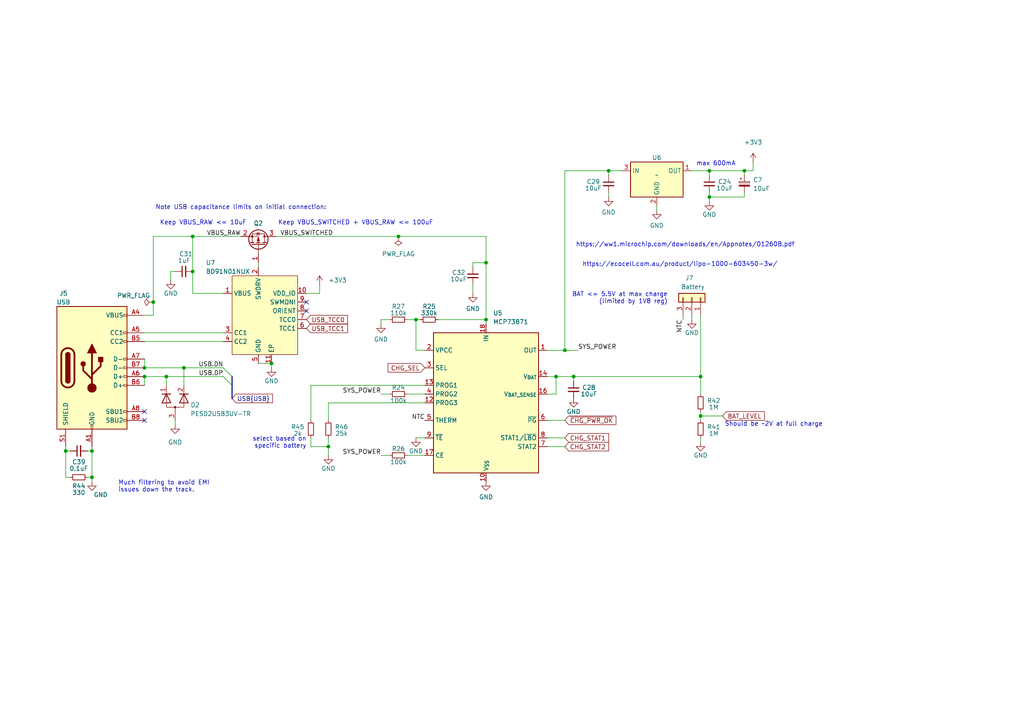
<source format=kicad_sch>
(kicad_sch (version 20230121) (generator eeschema)
  (paper "A4")
  (title_block (date "2022-09-04") (rev "1"))
  (lib_symbols
    (symbol "Battery_Management:MCP73871"
      (property "Reference" "U" (at -7.62 24.13 0))
      (property "Value" "MCP73871" (at -15.24 21.59 0))
      (symbol "MCP73871_0_1"
        (rectangle (start -15.24 20.32) (end 15.24 -20.32) (stroke (width 0.254)) (fill (type background)))
      )
      (symbol "MCP73871_1_1"
        (pin power_out line (at 17.78 15.24 180) (length 2.54) (name "OUT") (number "1"))
        (pin power_in line (at 0 -22.86 90) (length 2.54) (name "V_{SS}") (number "10"))
        (pin passive line (at 0 -22.86 90) (length 2.54) hide (name "V_{SS}") (number "11"))
        (pin bidirectional line (at -17.78 0 0) (length 2.54) (name "PROG3") (number "12"))
        (pin bidirectional line (at -17.78 5.08 0) (length 2.54) (name "PROG1") (number "13"))
        (pin power_out line (at 17.78 7.62 180) (length 2.54) (name "V_{BAT}") (number "14"))
        (pin passive line (at 17.78 7.62 180) (length 2.54) hide (name "V_{BAT}") (number "15"))
        (pin input line (at 17.78 2.54 180) (length 2.54) (name "V_{BAT_SENSE}") (number "16"))
        (pin input line (at -17.78 -15.24 0) (length 2.54) (name "CE") (number "17"))
        (pin power_in line (at 0 22.86 270) (length 2.54) (name "IN") (number "18"))
        (pin passive line (at 0 22.86 270) (length 2.54) hide (name "IN") (number "19"))
        (pin input line (at -17.78 15.24 0) (length 2.54) (name "VPCC") (number "2"))
        (pin passive line (at 17.78 15.24 180) (length 2.54) hide (name "OUT") (number "20"))
        (pin passive line (at 0 -22.86 90) (length 2.54) hide (name "V_{SS}") (number "21"))
        (pin input line (at -17.78 10.16 0) (length 2.54) (name "SEL") (number "3"))
        (pin input line (at -17.78 2.54 0) (length 2.54) (name "PROG2") (number "4"))
        (pin bidirectional line (at -17.78 -5.08 0) (length 2.54) (name "THERM") (number "5"))
        (pin open_collector line (at 17.78 -5.08 180) (length 2.54) (name "~{PG}") (number "6"))
        (pin open_collector line (at 17.78 -12.7 180) (length 2.54) (name "STAT2") (number "7"))
        (pin open_collector line (at 17.78 -10.16 180) (length 2.54) (name "STAT1/~{LBO}") (number "8"))
        (pin input line (at -17.78 -10.16 0) (length 2.54) (name "~{TE}") (number "9"))
      )
    )
    (symbol "Connector:USB_C_Receptacle_USB2.0" (pin_names (offset 1.016))
      (property "Reference" "J" (at -10.16 19.05 0))
      (property "Value" "USB_C_Receptacle_USB2.0" (at 19.05 19.05 0))
      (symbol "USB_C_Receptacle_USB2.0_0_0"
        (rectangle (start -0.254 -17.78) (end 0.254 -16.764))
        (rectangle (start 10.16 -14.986) (end 9.144 -15.494))
        (rectangle (start 10.16 -12.446) (end 9.144 -12.954))
        (rectangle (start 10.16 -4.826) (end 9.144 -5.334))
        (rectangle (start 10.16 -2.286) (end 9.144 -2.794))
        (rectangle (start 10.16 0.254) (end 9.144 -0.254))
        (rectangle (start 10.16 2.794) (end 9.144 2.286))
        (rectangle (start 10.16 7.874) (end 9.144 7.366))
        (rectangle (start 10.16 10.414) (end 9.144 9.906))
        (rectangle (start 10.16 15.494) (end 9.144 14.986))
      )
      (symbol "USB_C_Receptacle_USB2.0_0_1"
        (rectangle (start -10.16 17.78) (end 10.16 -17.78) (stroke (width 0.254)) (fill (type background)))
        (arc (start -8.89 -3.81) (mid -6.985 -5.7067) (end -5.08 -3.81) (stroke (width 0.508)))
        (arc (start -7.62 -3.81) (mid -6.985 -4.4423) (end -6.35 -3.81) (stroke (width 0.254)))
        (arc (start -7.62 -3.81) (mid -6.985 -4.4423) (end -6.35 -3.81) (stroke (width 0.254)) (fill (type outline)))
        (rectangle (start -7.62 -3.81) (end -6.35 3.81) (stroke (width 0.254)) (fill (type outline)))
        (arc (start -6.35 3.81) (mid -6.985 4.4423) (end -7.62 3.81) (stroke (width 0.254)))
        (arc (start -6.35 3.81) (mid -6.985 4.4423) (end -7.62 3.81) (stroke (width 0.254)) (fill (type outline)))
        (arc (start -5.08 3.81) (mid -6.985 5.7067) (end -8.89 3.81) (stroke (width 0.508)))
        (circle (center -2.54 1.143) (radius 0.635) (stroke (width 0.254)) (fill (type outline)))
        (circle (center 0 -5.842) (radius 1.27) (fill (type outline)))
        (polyline (pts (xy -8.89 -3.81) (xy -8.89 3.81)) (stroke (width 0.508)))
        (polyline (pts (xy -5.08 3.81) (xy -5.08 -3.81)) (stroke (width 0.508)))
        (polyline (pts (xy 0 -5.842) (xy 0 4.318)) (stroke (width 0.508)))
        (polyline (pts (xy 0 -3.302) (xy -2.54 -0.762) (xy -2.54 0.508)) (stroke (width 0.508)))
        (polyline (pts (xy 0 -2.032) (xy 2.54 0.508) (xy 2.54 1.778)) (stroke (width 0.508)))
        (polyline (pts (xy -1.27 4.318) (xy 0 6.858) (xy 1.27 4.318) (xy -1.27 4.318)) (stroke (width 0.254)) (fill (type outline)))
        (rectangle (start 1.905 1.778) (end 3.175 3.048) (stroke (width 0.254)) (fill (type outline)))
      )
      (symbol "USB_C_Receptacle_USB2.0_1_1"
        (pin passive line (at 0 -22.86 90) (length 5.08) (name "GND") (number "A1"))
        (pin passive line (at 0 -22.86 90) (length 5.08) hide (name "GND") (number "A12"))
        (pin passive line (at 15.24 15.24 180) (length 5.08) (name "VBUS") (number "A4"))
        (pin bidirectional line (at 15.24 10.16 180) (length 5.08) (name "CC1") (number "A5"))
        (pin bidirectional line (at 15.24 -2.54 180) (length 5.08) (name "D+") (number "A6"))
        (pin bidirectional line (at 15.24 2.54 180) (length 5.08) (name "D-") (number "A7"))
        (pin bidirectional line (at 15.24 -12.7 180) (length 5.08) (name "SBU1") (number "A8"))
        (pin passive line (at 15.24 15.24 180) (length 5.08) hide (name "VBUS") (number "A9"))
        (pin passive line (at 0 -22.86 90) (length 5.08) hide (name "GND") (number "B1"))
        (pin passive line (at 0 -22.86 90) (length 5.08) hide (name "GND") (number "B12"))
        (pin passive line (at 15.24 15.24 180) (length 5.08) hide (name "VBUS") (number "B4"))
        (pin bidirectional line (at 15.24 7.62 180) (length 5.08) (name "CC2") (number "B5"))
        (pin bidirectional line (at 15.24 -5.08 180) (length 5.08) (name "D+") (number "B6"))
        (pin bidirectional line (at 15.24 0 180) (length 5.08) (name "D-") (number "B7"))
        (pin bidirectional line (at 15.24 -15.24 180) (length 5.08) (name "SBU2") (number "B8"))
        (pin passive line (at 15.24 15.24 180) (length 5.08) hide (name "VBUS") (number "B9"))
        (pin passive line (at -7.62 -22.86 90) (length 5.08) (name "SHIELD") (number "S1"))
      )
    )
    (symbol "Connector_Generic:Conn_01x03" (pin_names (offset 1.016) hide)
      (property "Reference" "J" (at 0 5.08 0))
      (property "Value" "Conn_01x03" (at 0 -5.08 0))
      (symbol "Conn_01x03_1_1"
        (rectangle (start -1.27 -2.413) (end 0 -2.667) (stroke (width 0.1524)))
        (rectangle (start -1.27 0.127) (end 0 -0.127) (stroke (width 0.1524)))
        (rectangle (start -1.27 2.667) (end 0 2.413) (stroke (width 0.1524)))
        (rectangle (start -1.27 3.81) (end 1.27 -3.81) (stroke (width 0.254)) (fill (type background)))
        (pin passive line (at -5.08 2.54 0) (length 3.81) (name "Pin_1") (number "1"))
        (pin passive line (at -5.08 0 0) (length 3.81) (name "Pin_2") (number "2"))
        (pin passive line (at -5.08 -2.54 0) (length 3.81) (name "Pin_3") (number "3"))
      )
    )
    (symbol "Device:C_Polarized_Small" (pin_numbers hide) (pin_names (offset 0.254) hide)
      (property "Reference" "C" (at 0.254 1.778 0))
      (property "Value" "C_Polarized_Small" (at 0.254 -2.032 0))
      (symbol "C_Polarized_Small_0_1"
        (rectangle (start -1.524 -0.3048) (end 1.524 -0.6858) (fill (type outline)))
        (rectangle (start -1.524 0.6858) (end 1.524 0.3048))
        (polyline (pts (xy -1.27 1.524) (xy -0.762 1.524)))
        (polyline (pts (xy -1.016 1.27) (xy -1.016 1.778)))
      )
      (symbol "C_Polarized_Small_1_1"
        (pin passive line (at 0 2.54 270) (length 1.8542) (name "~") (number "1"))
        (pin passive line (at 0 -2.54 90) (length 1.8542) (name "~") (number "2"))
      )
    )
    (symbol "Device:C_Small" (pin_numbers hide) (pin_names (offset 0.254) hide)
      (property "Reference" "C" (at 0.254 1.778 0))
      (property "Value" "C_Small" (at 0.254 -2.032 0))
      (symbol "C_Small_0_1"
        (polyline (pts (xy -1.524 -0.508) (xy 1.524 -0.508)) (stroke (width 0.3302)))
        (polyline (pts (xy -1.524 0.508) (xy 1.524 0.508)) (stroke (width 0.3048)))
      )
      (symbol "C_Small_1_1"
        (pin passive line (at 0 2.54 270) (length 2.032) (name "~") (number "1"))
        (pin passive line (at 0 -2.54 90) (length 2.032) (name "~") (number "2"))
      )
    )
    (symbol "Device:D_Dual_CommonAnode_KKA_Parallel" (pin_names (offset 0.762) hide)
      (property "Reference" "D" (at 0 5.08 0))
      (property "Value" "D_Dual_CommonAnode_KKA_Parallel" (at 0 -5.08 0))
      (symbol "D_Dual_CommonAnode_KKA_Parallel_0_0"
        (polyline (pts (xy 2.54 -3.81) (xy 2.54 -1.27)) (stroke (width 0.254)))
        (polyline (pts (xy 2.54 1.27) (xy 2.54 3.81)) (stroke (width 0.254)))
      )
      (symbol "D_Dual_CommonAnode_KKA_Parallel_0_1"
        (circle (center -1.27 0) (radius 0.254) (fill (type outline)))
        (polyline (pts (xy -1.27 0) (xy -2.54 0)))
        (polyline (pts (xy 2.54 2.54) (xy -1.27 2.54) (xy -1.27 -2.54) (xy 2.54 -2.54)))
        (polyline (pts (xy 0 -1.27) (xy 2.54 -2.54) (xy 0 -3.81) (xy 0 -1.27) (xy 0 -1.27) (xy 0 -1.27)) (stroke (width 0.254)))
        (polyline (pts (xy 0 3.81) (xy 2.54 2.54) (xy 0 1.27) (xy 0 3.81) (xy 0 3.81) (xy 0 3.81)) (stroke (width 0.254)))
        (pin passive line (at 5.08 2.54 180) (length 2.54) (name "K") (number "1"))
        (pin passive line (at 5.08 -2.54 180) (length 2.54) (name "K") (number "2"))
        (pin passive line (at -5.08 0 0) (length 2.54) (name "A") (number "3"))
      )
    )
    (symbol "Device:Q_PMOS_GSD" (pin_names (offset 0) hide)
      (property "Reference" "Q" (at 5.08 1.27 0))
      (property "Value" "Q_PMOS_GSD" (at 5.08 -1.27 0))
      (symbol "Q_PMOS_GSD_0_1"
        (polyline (pts (xy 0.254 0) (xy -2.54 0)))
        (polyline (pts (xy 0.254 1.905) (xy 0.254 -1.905)) (stroke (width 0.254)))
        (polyline (pts (xy 0.762 -1.27) (xy 0.762 -2.286)) (stroke (width 0.254)))
        (polyline (pts (xy 0.762 0.508) (xy 0.762 -0.508)) (stroke (width 0.254)))
        (polyline (pts (xy 0.762 2.286) (xy 0.762 1.27)) (stroke (width 0.254)))
        (polyline (pts (xy 2.54 2.54) (xy 2.54 1.778)))
        (polyline (pts (xy 2.54 -2.54) (xy 2.54 0) (xy 0.762 0)))
        (polyline (pts (xy 0.762 1.778) (xy 3.302 1.778) (xy 3.302 -1.778) (xy 0.762 -1.778)))
        (polyline (pts (xy 2.286 0) (xy 1.27 0.381) (xy 1.27 -0.381) (xy 2.286 0)) (fill (type outline)))
        (polyline (pts (xy 2.794 -0.508) (xy 2.921 -0.381) (xy 3.683 -0.381) (xy 3.81 -0.254)))
        (polyline (pts (xy 3.302 -0.381) (xy 2.921 0.254) (xy 3.683 0.254) (xy 3.302 -0.381)))
        (circle (center 1.651 0) (radius 2.794) (stroke (width 0.254)))
        (circle (center 2.54 -1.778) (radius 0.254) (fill (type outline)))
        (circle (center 2.54 1.778) (radius 0.254) (fill (type outline)))
      )
      (symbol "Q_PMOS_GSD_1_1"
        (pin input line (at -5.08 0 0) (length 2.54) (name "G") (number "1"))
        (pin passive line (at 2.54 -5.08 90) (length 2.54) (name "S") (number "2"))
        (pin passive line (at 2.54 5.08 270) (length 2.54) (name "D") (number "3"))
      )
    )
    (symbol "Device:R_Small" (pin_numbers hide) (pin_names (offset 0.254) hide)
      (property "Reference" "R" (at 0.762 0.508 0))
      (property "Value" "R_Small" (at 0.762 -1.016 0))
      (symbol "R_Small_0_1"
        (rectangle (start -0.762 1.778) (end 0.762 -1.778) (stroke (width 0.2032)))
      )
      (symbol "R_Small_1_1"
        (pin passive line (at 0 2.54 270) (length 0.762) (name "~") (number "1"))
        (pin passive line (at 0 -2.54 90) (length 0.762) (name "~") (number "2"))
      )
    )
    (symbol "power:+3V3" (power) (pin_names (offset 0))
      (property "Value" "+3V3" (at 0 3.556 0))
      (symbol "+3V3_0_1"
        (polyline (pts (xy -0.762 1.27) (xy 0 2.54)))
        (polyline (pts (xy 0 0) (xy 0 2.54)))
        (polyline (pts (xy 0 2.54) (xy 0.762 1.27)))
      )
      (symbol "+3V3_1_1"
        (pin power_in line (at 0 0 90) (length 0) hide (name "+3V3") (number "1"))
      )
    )
    (symbol "power:GND" (power) (pin_names (offset 0))
      (property "Value" "GND" (at 0 -3.81 0))
      (symbol "GND_0_1"
        (polyline (pts (xy 0 0) (xy 0 -1.27) (xy 1.27 -1.27) (xy 0 -2.54) (xy -1.27 -1.27) (xy 0 -1.27)))
      )
      (symbol "GND_1_1"
        (pin power_in line (at 0 0 270) (length 0) hide (name "GND") (number "1"))
      )
    )
    (symbol "power:PWR_FLAG" (power) (pin_numbers hide) (pin_names (offset 0) hide)
      (property "Value" "PWR_FLAG" (at 0 3.81 0))
      (symbol "PWR_FLAG_0_0"
        (pin power_out line (at 0 0 90) (length 0) (name "pwr") (number "1"))
      )
      (symbol "PWR_FLAG_0_1"
        (polyline (pts (xy 0 0) (xy 0 1.27) (xy -1.016 1.905) (xy 0 2.54) (xy 1.016 1.905) (xy 0 1.27)))
      )
    )
    (symbol "symbols:AP7365"
      (property "Reference" "U" (at 0 0 0))
      (symbol "AP7365_1_1"
        (rectangle (start -7.62 3.81) (end 7.62 -6.35) (stroke (width 0.254)) (fill (type background)))
        (pin power_out line (at 10.16 1.27 180) (length 2.54) (name "OUT") (number "1"))
        (pin power_in line (at 0 -8.89 90) (length 2.54) (name "GND") (number "2"))
        (pin power_in line (at -10.16 1.27 0) (length 2.54) (name "IN") (number "3"))
      )
    )
    (symbol "symbols:BD91N01NUX"
      (property "Reference" "U" (at 0 13.97 0))
      (property "Value" "BD91N01NUX" (at 5.08 16.51 0))
      (symbol "BD91N01NUX_0_1"
        (rectangle (start -12.7 12.7) (end 6.35 -10.16) (fill (type background)))
      )
      (symbol "BD91N01NUX_1_1"
        (pin power_in line (at -15.24 7.62 0) (length 2.54) (name "VBUS") (number "1"))
        (pin power_in line (at 8.89 7.62 180) (length 2.54) (name "VDD_IO") (number "10"))
        (pin power_in line (at -1.27 -12.7 90) (length 2.54) (name "EP") (number "11"))
        (pin output line (at -5.08 15.24 270) (length 2.54) (name "SWDRV") (number "2"))
        (pin input line (at -15.24 -3.81 0) (length 2.54) (name "CC1") (number "3"))
        (pin input line (at -15.24 -6.35 0) (length 2.54) (name "CC2") (number "4"))
        (pin power_in line (at -5.08 -12.7 90) (length 2.54) (name "GND") (number "5"))
        (pin output line (at 8.89 -2.54 180) (length 2.54) (name "TCC1") (number "6"))
        (pin output line (at 8.89 0 180) (length 2.54) (name "TCC0") (number "7"))
        (pin output line (at 8.89 2.54 180) (length 2.54) (name "ORIENT") (number "8"))
        (pin output line (at 8.89 5.08 180) (length 2.54) (name "SWMONI") (number "9"))
      )
    )
  )
  (junction (at 203.2 120.65))
  (junction (at 115.57 68.58))
  (junction (at 163.83 101.6))
  (junction (at 55.88 78.74))
  (junction (at 19.05 130.81))
  (junction (at 205.74 57.15))
  (junction (at 161.29 109.22))
  (junction (at 215.9 49.53))
  (junction (at 205.74 49.53))
  (junction (at 41.91 106.68))
  (junction (at 26.67 130.81))
  (junction (at 26.67 138.43))
  (junction (at 140.97 76.2))
  (junction (at 44.45 87.63))
  (junction (at 166.37 109.22))
  (junction (at 176.53 49.53))
  (junction (at 140.97 92.71))
  (junction (at 203.2 109.22))
  (junction (at 41.91 109.22))
  (junction (at 120.65 92.71))
  (junction (at 78.74 105.41))
  (junction (at 53.34 106.68))
  (junction (at 55.88 68.58))
  (junction (at 48.26 109.22))
  (junction (at 95.25 129.54))
  (no_connect (at 88.9 87.63))
  (no_connect (at 88.9 90.17))
  (no_connect (at 41.91 119.38))
  (no_connect (at 41.91 121.92))
  (bus_entry (at 64.77 106.68) (size 2.54 2.54))
  (bus_entry (at 64.77 109.22) (size 2.54 2.54))
  (wire (pts (xy 19.05 130.81) (xy 19.05 138.43)))
  (wire (pts (xy 55.88 85.09) (xy 55.88 78.74)))
  (wire (pts (xy 205.74 50.8) (xy 205.74 49.53)))
  (wire (pts (xy 110.49 132.08) (xy 113.03 132.08)))
  (wire (pts (xy 115.57 68.58) (xy 140.97 68.58)))
  (wire (pts (xy 44.45 68.58) (xy 44.45 87.63)))
  (wire (pts (xy 163.83 49.53) (xy 176.53 49.53)))
  (wire (pts (xy 113.03 92.71) (xy 110.49 92.71)))
  (wire (pts (xy 140.97 76.2) (xy 140.97 92.71)))
  (wire (pts (xy 50.8 123.19) (xy 50.8 121.92)))
  (wire (pts (xy 158.75 127) (xy 163.83 127)))
  (wire (pts (xy 127 92.71) (xy 140.97 92.71)))
  (wire (pts (xy 203.2 109.22) (xy 203.2 114.3)))
  (wire (pts (xy 120.65 101.6) (xy 120.65 92.71)))
  (wire (pts (xy 163.83 101.6) (xy 167.64 101.6)))
  (wire (pts (xy 26.67 129.54) (xy 26.67 130.81)))
  (wire (pts (xy 95.25 129.54) (xy 95.25 132.08)))
  (wire (pts (xy 123.19 101.6) (xy 120.65 101.6)))
  (wire (pts (xy 41.91 99.06) (xy 64.77 99.06)))
  (bus (pts (xy 67.31 111.76) (xy 67.31 115.57)))
  (wire (pts (xy 95.25 127) (xy 95.25 129.54)))
  (wire (pts (xy 198.12 92.71) (xy 198.12 91.44)))
  (wire (pts (xy 158.75 129.54) (xy 163.83 129.54)))
  (wire (pts (xy 200.66 91.44) (xy 200.66 92.71)))
  (wire (pts (xy 74.93 76.2) (xy 74.93 77.47)))
  (wire (pts (xy 176.53 50.8) (xy 176.53 49.53)))
  (wire (pts (xy 26.67 130.81) (xy 26.67 138.43)))
  (wire (pts (xy 88.9 85.09) (xy 92.71 85.09)))
  (wire (pts (xy 123.19 132.08) (xy 118.11 132.08)))
  (wire (pts (xy 53.34 106.68) (xy 64.77 106.68)))
  (wire (pts (xy 120.65 127) (xy 123.19 127)))
  (wire (pts (xy 48.26 109.22) (xy 48.26 111.76)))
  (wire (pts (xy 215.9 49.53) (xy 215.9 50.8)))
  (wire (pts (xy 49.53 78.74) (xy 49.53 81.28)))
  (wire (pts (xy 203.2 127) (xy 203.2 128.27)))
  (wire (pts (xy 190.5 60.96) (xy 190.5 59.69)))
  (wire (pts (xy 166.37 109.22) (xy 166.37 110.49)))
  (wire (pts (xy 74.93 105.41) (xy 78.74 105.41)))
  (wire (pts (xy 41.91 106.68) (xy 53.34 106.68)))
  (wire (pts (xy 215.9 49.53) (xy 218.44 49.53)))
  (wire (pts (xy 41.91 109.22) (xy 48.26 109.22)))
  (wire (pts (xy 123.19 116.84) (xy 95.25 116.84)))
  (wire (pts (xy 55.88 68.58) (xy 69.85 68.58)))
  (wire (pts (xy 44.45 68.58) (xy 55.88 68.58)))
  (wire (pts (xy 176.53 49.53) (xy 180.34 49.53)))
  (wire (pts (xy 110.49 92.71) (xy 110.49 93.98)))
  (wire (pts (xy 137.16 77.47) (xy 137.16 76.2)))
  (wire (pts (xy 19.05 138.43) (xy 20.32 138.43)))
  (wire (pts (xy 41.91 96.52) (xy 64.77 96.52)))
  (wire (pts (xy 161.29 114.3) (xy 161.29 109.22)))
  (wire (pts (xy 41.91 91.44) (xy 44.45 91.44)))
  (wire (pts (xy 200.66 49.53) (xy 205.74 49.53)))
  (wire (pts (xy 48.26 109.22) (xy 64.77 109.22)))
  (wire (pts (xy 95.25 116.84) (xy 95.25 121.92)))
  (wire (pts (xy 205.74 57.15) (xy 205.74 55.88)))
  (wire (pts (xy 118.11 114.3) (xy 123.19 114.3)))
  (wire (pts (xy 44.45 87.63) (xy 44.45 91.44)))
  (wire (pts (xy 41.91 106.68) (xy 41.91 104.14)))
  (wire (pts (xy 80.01 68.58) (xy 115.57 68.58)))
  (wire (pts (xy 92.71 85.09) (xy 92.71 82.55)))
  (wire (pts (xy 176.53 57.15) (xy 176.53 55.88)))
  (wire (pts (xy 140.97 92.71) (xy 140.97 93.98)))
  (wire (pts (xy 55.88 68.58) (xy 55.88 78.74)))
  (wire (pts (xy 203.2 120.65) (xy 203.2 119.38)))
  (wire (pts (xy 218.44 46.99) (xy 218.44 49.53)))
  (wire (pts (xy 158.75 114.3) (xy 161.29 114.3)))
  (wire (pts (xy 90.17 127) (xy 90.17 129.54)))
  (wire (pts (xy 163.83 49.53) (xy 163.83 101.6)))
  (wire (pts (xy 166.37 109.22) (xy 203.2 109.22)))
  (wire (pts (xy 19.05 129.54) (xy 19.05 130.81)))
  (wire (pts (xy 203.2 120.65) (xy 209.55 120.65)))
  (wire (pts (xy 123.19 111.76) (xy 90.17 111.76)))
  (wire (pts (xy 137.16 76.2) (xy 140.97 76.2)))
  (wire (pts (xy 120.65 92.71) (xy 121.92 92.71)))
  (wire (pts (xy 205.74 49.53) (xy 215.9 49.53)))
  (wire (pts (xy 203.2 121.92) (xy 203.2 120.65)))
  (wire (pts (xy 137.16 82.55) (xy 137.16 85.09)))
  (wire (pts (xy 205.74 57.15) (xy 215.9 57.15)))
  (wire (pts (xy 78.74 105.41) (xy 78.74 106.68)))
  (wire (pts (xy 158.75 121.92) (xy 163.83 121.92)))
  (wire (pts (xy 53.34 106.68) (xy 53.34 111.76)))
  (bus (pts (xy 67.31 109.22) (xy 67.31 111.76)))
  (wire (pts (xy 140.97 68.58) (xy 140.97 76.2)))
  (wire (pts (xy 26.67 138.43) (xy 26.67 139.7)))
  (wire (pts (xy 203.2 91.44) (xy 203.2 109.22)))
  (wire (pts (xy 110.49 114.3) (xy 113.03 114.3)))
  (wire (pts (xy 158.75 101.6) (xy 163.83 101.6)))
  (wire (pts (xy 161.29 109.22) (xy 166.37 109.22)))
  (wire (pts (xy 90.17 129.54) (xy 95.25 129.54)))
  (wire (pts (xy 205.74 58.42) (xy 205.74 57.15)))
  (wire (pts (xy 50.8 78.74) (xy 49.53 78.74)))
  (wire (pts (xy 19.05 130.81) (xy 20.32 130.81)))
  (wire (pts (xy 25.4 130.81) (xy 26.67 130.81)))
  (wire (pts (xy 90.17 111.76) (xy 90.17 121.92)))
  (wire (pts (xy 118.11 92.71) (xy 120.65 92.71)))
  (wire (pts (xy 25.4 138.43) (xy 26.67 138.43)))
  (wire (pts (xy 64.77 85.09) (xy 55.88 85.09)))
  (wire (pts (xy 215.9 55.88) (xy 215.9 57.15)))
  (wire (pts (xy 158.75 109.22) (xy 161.29 109.22)))
  (wire (pts (xy 41.91 109.22) (xy 41.91 111.76)))
  (text "https://ecocell.com.au/product/lipo-1000-603450-3w/" (at 168.91 77.47 0) (effects (font (size 1.27 1.27)) (justify left bottom)))
  (text "max 600mA" (at 201.93 48.26 0) (effects (font (size 1.27 1.27)) (justify left bottom)))
  (text "https://ww1.microchip.com/downloads/en/Appnotes/01260B.pdf" (at 167.005 71.755 0) (effects (font (size 1.27 1.27)) (justify left bottom)))
  (text "Should be ~2V at full charge" (at 210.185 123.825 0) (effects (font (size 1.27 1.27)) (justify left bottom)))
  (text "Much filtering to avoid EMI\nissues down the track." (at 34.29 142.875 0) (effects (font (size 1.27 1.27)) (justify left bottom)))
  (text "Keep VBUS_RAW <= 10uF" (at 46.355 65.405 0) (effects (font (size 1.27 1.27)) (justify left bottom)))
  (text "Keep VBUS_SWITCHED + VBUS_RAW <= 100uF" (at 80.645 65.405 0) (effects (font (size 1.27 1.27)) (justify left bottom)))
  (text "select based on\nspecific battery" (at 88.9 130.175 0) (effects (font (size 1.27 1.27)) (justify right bottom)))
  (text "Note USB capacitance limits on initial connection:" (at 45.085 60.96 0) (effects (font (size 1.27 1.27)) (justify left bottom)))
  (text "BAT <= 5.5V at max charge\n(limited by 1V8 reg)" (at 193.675 88.265 0) (effects (font (size 1.27 1.27)) (justify right bottom)))
  (label "SYS_POWER" (at 110.49 132.08 180))
  (label "VBUS_RAW" (at 69.85 68.58 180))
  (label "NTC" (at 123.19 121.92 180))
  (label "USB.DP" (at 64.77 109.22 180))
  (label "VBUS_SWITCHED" (at 81.28 68.58 0))
  (label "SYS_POWER" (at 110.49 114.3 180))
  (label "SYS_POWER" (at 167.64 101.6 0))
  (label "NTC" (at 198.12 92.71 270))
  (label "USB.DN" (at 64.77 106.68 180))
  (global_label "~{CHG_PWR_OK}" (shape input) (at 163.83 121.92 0) (property "Intersheetrefs" "${INTERSHEET_REFS}" (effects hide)))
  (global_label "CHG_STAT2" (shape input) (at 163.83 129.54 0) (property "Intersheetrefs" "${INTERSHEET_REFS}" (effects hide)))
  (global_label "USB_TCC0" (shape input) (at 88.9 92.71 0) (property "Intersheetrefs" "${INTERSHEET_REFS}" (effects hide)))
  (global_label "USB_TCC1" (shape input) (at 88.9 95.25 0) (property "Intersheetrefs" "${INTERSHEET_REFS}" (effects hide)))
  (global_label "CHG_SEL" (shape input) (at 123.19 106.68 180) (property "Intersheetrefs" "${INTERSHEET_REFS}" (effects hide)))
  (global_label "CHG_STAT1" (shape input) (at 163.83 127 0) (property "Intersheetrefs" "${INTERSHEET_REFS}" (effects hide)))
  (global_label "BAT_LEVEL" (shape input) (at 209.55 120.65 0) (property "Intersheetrefs" "${INTERSHEET_REFS}" (effects hide)))
  (global_label "USB{USB}" (shape input) (at 67.31 115.57 0) (property "Intersheetrefs" "${INTERSHEET_REFS}" (effects hide)))
  (symbol (lib_id "Device:R_Small") (at 203.2 124.46 0) (unit 1)
    (property "Reference" "R41" (at 207.01 123.825 0))
    (property "Value" "1M" (at 207.01 125.73 0))
    (property "Footprint" "Resistor_SMD:R_0603_1608Metric" (effects hide))
    (property "MPN" "AC0603FR-131ML" (effects hide))
  )
  (symbol (lib_id "symbols:BD91N01NUX") (at 80.01 92.71 0) (unit 1)
    (property "Reference" "U7" (at 59.69 76.2 0) (effects (justify left)))
    (property "Value" "BD91N01NUX" (at 59.69 78.74 0) (effects (justify left)))
    (property "Footprint" "footprints:BD91N01NUX-E2" (effects hide))
    (property "MPN" "BD91N01NUX" (effects hide))
  )
  (symbol (lib_id "power:GND") (at 49.53 81.28 0) (unit 1)
    (property "Reference" "#PWR0202" (effects hide))
    (property "Value" "GND" (at 49.53 85.09 0))
  )
  (symbol (lib_id "power:+3V3") (at 218.44 46.99 0) (unit 1)
    (property "Reference" "#PWR0217" (effects hide))
    (property "Value" "+3V3" (at 218.44 41.275 0))
  )
  (symbol (lib_id "Device:C_Small") (at 176.53 53.34 0) (unit 1)
    (property "Reference" "C29" (at 172.085 52.705 0))
    (property "Value" "10uF" (at 172.085 54.61 0))
    (property "Footprint" "Capacitor_SMD:C_0805_2012Metric" (effects hide))
    (property "MPN" "EMK212ABJ106KG-T" (effects hide))
  )
  (symbol (lib_id "Device:R_Small") (at 115.57 132.08 90) (unit 1)
    (property "Reference" "R26" (at 115.57 130.175 90))
    (property "Value" "100k" (at 115.57 133.985 90))
    (property "Footprint" "Resistor_SMD:R_0603_1608Metric" (effects hide))
    (property "MPN" "RC0603JR-10100KL" (effects hide))
  )
  (symbol (lib_id "power:GND") (at 200.66 92.71 0) (unit 1)
    (property "Reference" "#PWR0213" (effects hide))
    (property "Value" "GND" (at 200.66 96.52 0))
  )
  (symbol (lib_id "Device:C_Small") (at 166.37 113.03 0) (mirror y) (unit 1)
    (property "Reference" "C28" (at 170.815 112.395 0))
    (property "Value" "10uF" (at 170.815 114.3 0))
    (property "Footprint" "Capacitor_SMD:C_0805_2012Metric" (effects hide))
    (property "MPN" "EMK212ABJ106KG-T" (effects hide))
  )
  (symbol (lib_id "Device:D_Dual_CommonAnode_KKA_Parallel") (at 50.8 116.84 90) (unit 1)
    (property "Reference" "D2" (at 55.245 117.475 90) (effects (justify right)))
    (property "Value" "PESD2USB3UV-TR" (at 55.245 120.015 90) (effects (justify right)))
    (property "Footprint" "Package_TO_SOT_SMD:SOT-23" (effects hide))
    (property "MPN" "PESD2USB3UV-TR" (effects hide))
  )
  (symbol (lib_id "Battery_Management:MCP73871") (at 140.97 116.84 0) (unit 1)
    (property "Reference" "U5" (at 142.9894 90.805 0) (effects (justify left)))
    (property "Value" "MCP73871" (at 142.9894 93.345 0) (effects (justify left)))
    (property "Footprint" "Package_DFN_QFN:QFN-20-1EP_4x4mm_P0.5mm_EP2.5x2.5mm" (effects hide))
    (property "Datasheet" "http://www.mouser.com/ds/2/268/22090a-52174.pdf" (effects hide))
    (property "MPN" "MCP73871" (effects hide))
  )
  (symbol (lib_id "power:PWR_FLAG") (at 115.57 68.58 180) (unit 1)
    (property "Reference" "#FLG0202" (effects hide))
    (property "Value" "PWR_FLAG" (at 115.57 73.66 0))
  )
  (symbol (lib_id "power:GND") (at 50.8 123.19 0) (unit 1)
    (property "Reference" "#PWR0203" (effects hide))
    (property "Value" "GND" (at 50.8 128.27 0))
  )
  (symbol (lib_id "power:GND") (at 26.67 139.7 0) (unit 1)
    (property "Reference" "#PWR0201" (effects hide))
    (property "Value" "GND" (at 29.21 143.51 0))
  )
  (symbol (lib_id "power:GND") (at 120.65 127 0) (unit 1)
    (property "Reference" "#PWR0208" (effects hide))
    (property "Value" "GND" (at 120.65 130.81 0))
  )
  (symbol (lib_id "Device:R_Small") (at 203.2 116.84 0) (unit 1)
    (property "Reference" "R42" (at 207.01 116.205 0))
    (property "Value" "1M" (at 207.01 118.11 0))
    (property "Footprint" "Resistor_SMD:R_0603_1608Metric" (effects hide))
    (property "MPN" "AC0603FR-131ML" (effects hide))
  )
  (symbol (lib_id "Device:R_Small") (at 90.17 124.46 0) (mirror y) (unit 1)
    (property "Reference" "R45" (at 86.36 123.825 0))
    (property "Value" "2k" (at 86.36 125.73 0))
    (property "Footprint" "Resistor_THT:R_Axial_DIN0204_L3.6mm_D1.6mm_P2.54mm_Vertical" (effects hide))
  )
  (symbol (lib_id "Device:C_Polarized_Small") (at 215.9 53.34 0) (unit 1)
    (property "Reference" "C7" (at 218.44 52.1589 0) (effects (justify left)))
    (property "Value" "10uF" (at 218.44 54.6989 0) (effects (justify left)))
    (property "Footprint" "Capacitor_Tantalum_SMD:CP_EIA-3216-18_Kemet-A" (effects hide))
    (property "MPN" "TCJA106M020R0150 " (effects hide))
    (instances (project "gay-ipod" (path "" (reference "C7") (unit 1)) (path "" (reference "C8") (unit 1))))
  )
  (symbol (lib_id "Device:C_Small") (at 137.16 80.01 0) (unit 1)
    (property "Reference" "C32" (at 133.0325 79.0575 0))
    (property "Value" "10uF" (at 133.0325 80.9625 0))
    (property "Footprint" "Capacitor_SMD:C_0805_2012Metric" (effects hide))
    (property "MPN" "EMK212ABJ106KG-T" (effects hide))
  )
  (symbol (lib_id "Device:R_Small") (at 115.57 114.3 90) (unit 1)
    (property "Reference" "R24" (at 115.57 112.395 90))
    (property "Value" "100k" (at 115.57 116.205 90))
    (property "Footprint" "Resistor_SMD:R_0603_1608Metric" (effects hide))
    (property "MPN" "RC0603JR-10100KL" (effects hide))
  )
  (symbol (lib_id "power:+3V3") (at 92.71 82.55 0) (unit 1)
    (property "Reference" "#PWR0205" (effects hide))
    (property "Value" "+3V3" (at 95.25 81.2799 0) (effects (justify left)))
  )
  (symbol (lib_id "Device:R_Small") (at 115.57 92.71 90) (unit 1)
    (property "Reference" "R27" (at 115.57 88.9 90))
    (property "Value" "110k" (at 115.57 90.805 90))
    (property "Footprint" "Resistor_SMD:R_0603_1608Metric" (effects hide))
    (property "MPN" "AC0603FR-07110KL" (effects hide))
  )
  (symbol (lib_id "power:GND") (at 78.74 106.68 0) (unit 1)
    (property "Reference" "#PWR0204" (effects hide))
    (property "Value" "GND" (at 78.74 110.49 0))
  )
  (symbol (lib_id "Device:Q_PMOS_GSD") (at 74.93 71.12 270) (mirror x) (unit 1)
    (property "Reference" "Q2" (at 74.93 64.77 90))
    (property "Value" "PMV48XPA2R" (effects hide))
    (property "Footprint" "Package_TO_SOT_SMD:TSOT-23" (effects hide))
    (property "MPN" "PMV48XPA2R" (effects hide))
  )
  (symbol (lib_id "power:GND") (at 95.25 132.08 0) (unit 1)
    (property "Reference" "#PWR0206" (effects hide))
    (property "Value" "GND" (at 95.25 135.89 0))
  )
  (symbol (lib_id "power:GND") (at 166.37 115.57 0) (mirror y) (unit 1)
    (property "Reference" "#PWR0211" (effects hide))
    (property "Value" "GND" (at 166.37 119.38 0))
  )
  (symbol (lib_id "power:PWR_FLAG") (at 44.45 87.63 90) (unit 1)
    (property "Reference" "#FLG0201" (effects hide))
    (property "Value" "PWR_FLAG" (at 38.735 85.725 90))
  )
  (symbol (lib_id "symbols:AP7365") (at 190.5 50.8 0) (unit 1)
    (property "Reference" "U6" (at 190.5 45.72 0))
    (property "Value" "~" (at 190.5 50.8 0))
    (property "Footprint" "Package_TO_SOT_SMD:SOT-89-3" (effects hide))
    (property "MPN" "AP7365-33YG-13 " (effects hide))
  )
  (symbol (lib_id "power:GND") (at 190.5 60.96 0) (unit 1)
    (property "Reference" "#PWR01" (effects hide))
    (property "Value" "GND" (at 190.5 65.405 0))
  )
  (symbol (lib_id "Device:C_Small") (at 22.86 130.81 90) (unit 1)
    (property "Reference" "C39" (at 22.86 133.985 90))
    (property "Value" "0.1uF" (at 22.86 135.89 90))
    (property "Footprint" "Capacitor_SMD:C_0805_2012Metric" (effects hide))
    (property "MPN" "0805YD104KAT2A" (effects hide))
  )
  (symbol (lib_id "Device:C_Small") (at 53.34 78.74 90) (unit 1)
    (property "Reference" "C31" (at 55.88 73.66 90) (effects (justify left)))
    (property "Value" "1uF" (at 55.245 75.565 90) (effects (justify left)))
    (property "Footprint" "Capacitor_SMD:C_0805_2012Metric" (effects hide))
    (property "MPN" "EMK212BJ105KG-T" (effects hide))
  )
  (symbol (lib_id "Device:R_Small") (at 124.46 92.71 90) (unit 1)
    (property "Reference" "R25" (at 124.46 88.9 90))
    (property "Value" "330k" (at 124.46 90.805 90))
    (property "Footprint" "Resistor_SMD:R_0603_1608Metric" (effects hide))
    (property "MPN" "RT0603FRE07330KL" (effects hide))
  )
  (symbol (lib_id "power:GND") (at 110.49 93.98 0) (unit 1)
    (property "Reference" "#PWR0207" (effects hide))
    (property "Value" "GND" (at 110.49 98.425 0))
  )
  (symbol (lib_id "power:GND") (at 205.74 58.42 0) (unit 1)
    (property "Reference" "#PWR0216" (effects hide))
    (property "Value" "GND" (at 205.74 62.23 0))
  )
  (symbol (lib_id "Device:R_Small") (at 22.86 138.43 90) (unit 1)
    (property "Reference" "R44" (at 22.86 140.97 90))
    (property "Value" "330" (at 22.86 142.875 90))
    (property "Footprint" "Resistor_SMD:R_0805_2012Metric" (effects hide))
    (property "MPN" "RC0805FR-10330RL" (effects hide))
  )
  (symbol (lib_id "Device:C_Small") (at 205.74 53.34 0) (mirror y) (unit 1)
    (property "Reference" "C24" (at 210.185 52.705 0))
    (property "Value" "10uF" (at 210.185 54.61 0))
    (property "Footprint" "Capacitor_SMD:C_0805_2012Metric" (effects hide))
    (property "MPN" "EMK212ABJ106KG-T" (effects hide))
  )
  (symbol (lib_id "power:GND") (at 203.2 128.27 0) (unit 1)
    (property "Reference" "#PWR0214" (effects hide))
    (property "Value" "GND" (at 203.2 132.08 0))
  )
  (symbol (lib_id "Connector:USB_C_Receptacle_USB2.0") (at 26.67 106.68 0) (unit 1)
    (property "Reference" "J5" (at 18.415 85.09 0))
    (property "Value" "USB" (at 18.415 87.63 0))
    (property "Footprint" "Connector_USB:USB_C_Receptacle_GCT_USB4085" (effects hide))
    (property "Datasheet" "https://www.usb.org/sites/default/files/documents/usb_type-c.zip" (effects hide))
    (property "MPN" " USB4085-GF-A " (effects hide))
  )
  (symbol (lib_id "power:GND") (at 140.97 139.7 0) (unit 1)
    (property "Reference" "#PWR0210" (effects hide))
    (property "Value" "GND" (at 140.97 144.145 0))
  )
  (symbol (lib_id "power:GND") (at 137.16 85.09 0) (unit 1)
    (property "Reference" "#PWR0209" (effects hide))
    (property "Value" "GND" (at 137.16 89.535 0))
  )
  (symbol (lib_id "Connector_Generic:Conn_01x03") (at 200.66 86.36 270) (mirror x) (unit 1)
    (property "Reference" "J7" (at 198.755 80.645 90) (effects (justify left)))
    (property "Value" "Battery" (at 197.485 83.185 90) (effects (justify left)))
    (property "Footprint" "Connector_JST:JST_PH_S3B-PH-K_1x03_P2.00mm_Horizontal" (effects hide))
  )
  (symbol (lib_id "Device:R_Small") (at 95.25 124.46 0) (unit 1)
    (property "Reference" "R46" (at 99.06 123.825 0))
    (property "Value" "25k" (at 99.06 125.73 0))
    (property "Footprint" "Resistor_THT:R_Axial_DIN0204_L3.6mm_D1.6mm_P2.54mm_Vertical" (effects hide))
  )
  (symbol (lib_id "power:GND") (at 176.53 57.15 0) (unit 1)
    (property "Reference" "#PWR0212" (effects hide))
    (property "Value" "GND" (at 176.53 61.595 0))
  )
)
</source>
